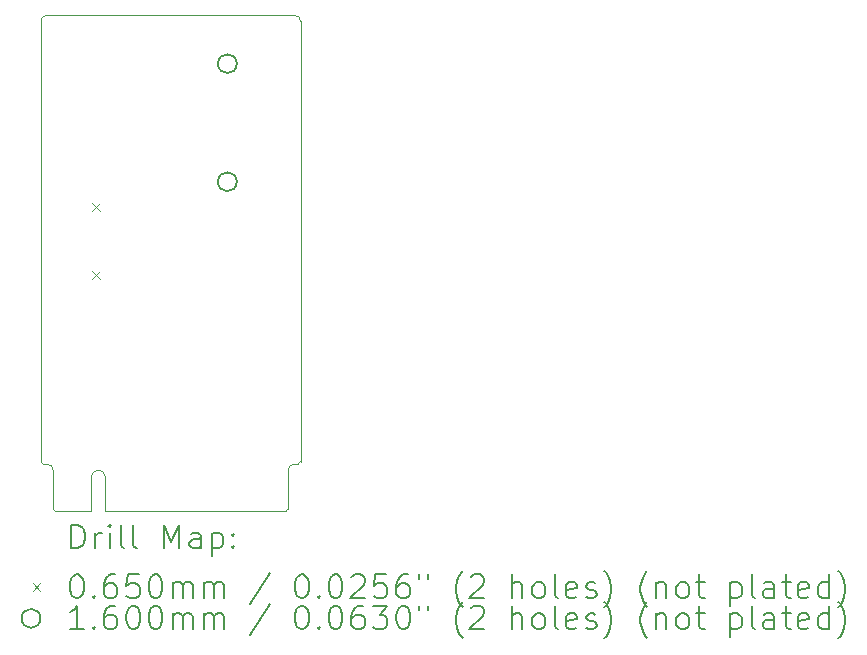
<source format=gbr>
%TF.GenerationSoftware,KiCad,Pcbnew,9.0.0+1*%
%TF.CreationDate,2025-04-14T19:52:18+02:00*%
%TF.ProjectId,P4_M.2_B+M-key,50345f4d-2e32-45f4-922b-4d2d6b65792e,rev?*%
%TF.SameCoordinates,Original*%
%TF.FileFunction,Drillmap*%
%TF.FilePolarity,Positive*%
%FSLAX45Y45*%
G04 Gerber Fmt 4.5, Leading zero omitted, Abs format (unit mm)*
G04 Created by KiCad (PCBNEW 9.0.0+1) date 2025-04-14 19:52:18*
%MOMM*%
%LPD*%
G01*
G04 APERTURE LIST*
%ADD10C,0.050000*%
%ADD11C,0.200000*%
%ADD12C,0.100000*%
%ADD13C,0.160000*%
G04 APERTURE END LIST*
D10*
X13750110Y-8450360D02*
X13750110Y-12180360D01*
X13770110Y-12200360D02*
X13805110Y-12200360D01*
X13855110Y-12250360D02*
X13855110Y-12580360D01*
X14177610Y-12310360D02*
X14177610Y-12600360D01*
X14177610Y-12600360D02*
X13875110Y-12600360D01*
X14297610Y-12310360D02*
X14297610Y-12600360D01*
X14297610Y-12600360D02*
X15470110Y-12600360D01*
X15470110Y-12600360D02*
X15825110Y-12600360D01*
X15845110Y-12580360D02*
X15845110Y-12250360D01*
X15895110Y-12200360D02*
X15930110Y-12200360D01*
X15900110Y-8400360D02*
X13800110Y-8400360D01*
X15950110Y-12180360D02*
X15950110Y-8450360D01*
X13750110Y-8450360D02*
G75*
G02*
X13800110Y-8400360I50000J0D01*
G01*
X13770110Y-12200360D02*
G75*
G02*
X13750110Y-12180360I0J20000D01*
G01*
X13805110Y-12200360D02*
G75*
G02*
X13855110Y-12250360I0J-50000D01*
G01*
X13875110Y-12600360D02*
G75*
G02*
X13855110Y-12580360I0J20000D01*
G01*
X14177610Y-12310360D02*
G75*
G02*
X14237610Y-12250360I60000J0D01*
G01*
X14237610Y-12250360D02*
G75*
G02*
X14297610Y-12310360I0J-60000D01*
G01*
X15845110Y-12250360D02*
G75*
G02*
X15895110Y-12200360I50000J0D01*
G01*
X15845110Y-12580360D02*
G75*
G02*
X15825110Y-12600360I-20000J0D01*
G01*
X15900110Y-8400360D02*
G75*
G02*
X15950110Y-8450360I0J-50000D01*
G01*
X15950110Y-12180360D02*
G75*
G02*
X15930110Y-12200360I-20000J0D01*
G01*
D11*
D12*
X14182500Y-9988500D02*
X14247500Y-10053500D01*
X14247500Y-9988500D02*
X14182500Y-10053500D01*
X14182500Y-10566500D02*
X14247500Y-10631500D01*
X14247500Y-10566500D02*
X14182500Y-10631500D01*
D13*
X15410000Y-8810000D02*
G75*
G02*
X15250000Y-8810000I-80000J0D01*
G01*
X15250000Y-8810000D02*
G75*
G02*
X15410000Y-8810000I80000J0D01*
G01*
X15410000Y-9810000D02*
G75*
G02*
X15250000Y-9810000I-80000J0D01*
G01*
X15250000Y-9810000D02*
G75*
G02*
X15410000Y-9810000I80000J0D01*
G01*
D11*
X14008387Y-12914344D02*
X14008387Y-12714344D01*
X14008387Y-12714344D02*
X14056006Y-12714344D01*
X14056006Y-12714344D02*
X14084577Y-12723868D01*
X14084577Y-12723868D02*
X14103625Y-12742915D01*
X14103625Y-12742915D02*
X14113149Y-12761963D01*
X14113149Y-12761963D02*
X14122672Y-12800058D01*
X14122672Y-12800058D02*
X14122672Y-12828629D01*
X14122672Y-12828629D02*
X14113149Y-12866725D01*
X14113149Y-12866725D02*
X14103625Y-12885772D01*
X14103625Y-12885772D02*
X14084577Y-12904820D01*
X14084577Y-12904820D02*
X14056006Y-12914344D01*
X14056006Y-12914344D02*
X14008387Y-12914344D01*
X14208387Y-12914344D02*
X14208387Y-12781010D01*
X14208387Y-12819106D02*
X14217911Y-12800058D01*
X14217911Y-12800058D02*
X14227434Y-12790534D01*
X14227434Y-12790534D02*
X14246482Y-12781010D01*
X14246482Y-12781010D02*
X14265530Y-12781010D01*
X14332196Y-12914344D02*
X14332196Y-12781010D01*
X14332196Y-12714344D02*
X14322672Y-12723868D01*
X14322672Y-12723868D02*
X14332196Y-12733391D01*
X14332196Y-12733391D02*
X14341720Y-12723868D01*
X14341720Y-12723868D02*
X14332196Y-12714344D01*
X14332196Y-12714344D02*
X14332196Y-12733391D01*
X14456006Y-12914344D02*
X14436958Y-12904820D01*
X14436958Y-12904820D02*
X14427434Y-12885772D01*
X14427434Y-12885772D02*
X14427434Y-12714344D01*
X14560768Y-12914344D02*
X14541720Y-12904820D01*
X14541720Y-12904820D02*
X14532196Y-12885772D01*
X14532196Y-12885772D02*
X14532196Y-12714344D01*
X14789339Y-12914344D02*
X14789339Y-12714344D01*
X14789339Y-12714344D02*
X14856006Y-12857201D01*
X14856006Y-12857201D02*
X14922672Y-12714344D01*
X14922672Y-12714344D02*
X14922672Y-12914344D01*
X15103625Y-12914344D02*
X15103625Y-12809582D01*
X15103625Y-12809582D02*
X15094101Y-12790534D01*
X15094101Y-12790534D02*
X15075053Y-12781010D01*
X15075053Y-12781010D02*
X15036958Y-12781010D01*
X15036958Y-12781010D02*
X15017911Y-12790534D01*
X15103625Y-12904820D02*
X15084577Y-12914344D01*
X15084577Y-12914344D02*
X15036958Y-12914344D01*
X15036958Y-12914344D02*
X15017911Y-12904820D01*
X15017911Y-12904820D02*
X15008387Y-12885772D01*
X15008387Y-12885772D02*
X15008387Y-12866725D01*
X15008387Y-12866725D02*
X15017911Y-12847677D01*
X15017911Y-12847677D02*
X15036958Y-12838153D01*
X15036958Y-12838153D02*
X15084577Y-12838153D01*
X15084577Y-12838153D02*
X15103625Y-12828629D01*
X15198863Y-12781010D02*
X15198863Y-12981010D01*
X15198863Y-12790534D02*
X15217911Y-12781010D01*
X15217911Y-12781010D02*
X15256006Y-12781010D01*
X15256006Y-12781010D02*
X15275053Y-12790534D01*
X15275053Y-12790534D02*
X15284577Y-12800058D01*
X15284577Y-12800058D02*
X15294101Y-12819106D01*
X15294101Y-12819106D02*
X15294101Y-12876248D01*
X15294101Y-12876248D02*
X15284577Y-12895296D01*
X15284577Y-12895296D02*
X15275053Y-12904820D01*
X15275053Y-12904820D02*
X15256006Y-12914344D01*
X15256006Y-12914344D02*
X15217911Y-12914344D01*
X15217911Y-12914344D02*
X15198863Y-12904820D01*
X15379815Y-12895296D02*
X15389339Y-12904820D01*
X15389339Y-12904820D02*
X15379815Y-12914344D01*
X15379815Y-12914344D02*
X15370292Y-12904820D01*
X15370292Y-12904820D02*
X15379815Y-12895296D01*
X15379815Y-12895296D02*
X15379815Y-12914344D01*
X15379815Y-12790534D02*
X15389339Y-12800058D01*
X15389339Y-12800058D02*
X15379815Y-12809582D01*
X15379815Y-12809582D02*
X15370292Y-12800058D01*
X15370292Y-12800058D02*
X15379815Y-12790534D01*
X15379815Y-12790534D02*
X15379815Y-12809582D01*
D12*
X13682610Y-13210360D02*
X13747610Y-13275360D01*
X13747610Y-13210360D02*
X13682610Y-13275360D01*
D11*
X14046482Y-13134344D02*
X14065530Y-13134344D01*
X14065530Y-13134344D02*
X14084577Y-13143868D01*
X14084577Y-13143868D02*
X14094101Y-13153391D01*
X14094101Y-13153391D02*
X14103625Y-13172439D01*
X14103625Y-13172439D02*
X14113149Y-13210534D01*
X14113149Y-13210534D02*
X14113149Y-13258153D01*
X14113149Y-13258153D02*
X14103625Y-13296248D01*
X14103625Y-13296248D02*
X14094101Y-13315296D01*
X14094101Y-13315296D02*
X14084577Y-13324820D01*
X14084577Y-13324820D02*
X14065530Y-13334344D01*
X14065530Y-13334344D02*
X14046482Y-13334344D01*
X14046482Y-13334344D02*
X14027434Y-13324820D01*
X14027434Y-13324820D02*
X14017911Y-13315296D01*
X14017911Y-13315296D02*
X14008387Y-13296248D01*
X14008387Y-13296248D02*
X13998863Y-13258153D01*
X13998863Y-13258153D02*
X13998863Y-13210534D01*
X13998863Y-13210534D02*
X14008387Y-13172439D01*
X14008387Y-13172439D02*
X14017911Y-13153391D01*
X14017911Y-13153391D02*
X14027434Y-13143868D01*
X14027434Y-13143868D02*
X14046482Y-13134344D01*
X14198863Y-13315296D02*
X14208387Y-13324820D01*
X14208387Y-13324820D02*
X14198863Y-13334344D01*
X14198863Y-13334344D02*
X14189339Y-13324820D01*
X14189339Y-13324820D02*
X14198863Y-13315296D01*
X14198863Y-13315296D02*
X14198863Y-13334344D01*
X14379815Y-13134344D02*
X14341720Y-13134344D01*
X14341720Y-13134344D02*
X14322672Y-13143868D01*
X14322672Y-13143868D02*
X14313149Y-13153391D01*
X14313149Y-13153391D02*
X14294101Y-13181963D01*
X14294101Y-13181963D02*
X14284577Y-13220058D01*
X14284577Y-13220058D02*
X14284577Y-13296248D01*
X14284577Y-13296248D02*
X14294101Y-13315296D01*
X14294101Y-13315296D02*
X14303625Y-13324820D01*
X14303625Y-13324820D02*
X14322672Y-13334344D01*
X14322672Y-13334344D02*
X14360768Y-13334344D01*
X14360768Y-13334344D02*
X14379815Y-13324820D01*
X14379815Y-13324820D02*
X14389339Y-13315296D01*
X14389339Y-13315296D02*
X14398863Y-13296248D01*
X14398863Y-13296248D02*
X14398863Y-13248629D01*
X14398863Y-13248629D02*
X14389339Y-13229582D01*
X14389339Y-13229582D02*
X14379815Y-13220058D01*
X14379815Y-13220058D02*
X14360768Y-13210534D01*
X14360768Y-13210534D02*
X14322672Y-13210534D01*
X14322672Y-13210534D02*
X14303625Y-13220058D01*
X14303625Y-13220058D02*
X14294101Y-13229582D01*
X14294101Y-13229582D02*
X14284577Y-13248629D01*
X14579815Y-13134344D02*
X14484577Y-13134344D01*
X14484577Y-13134344D02*
X14475053Y-13229582D01*
X14475053Y-13229582D02*
X14484577Y-13220058D01*
X14484577Y-13220058D02*
X14503625Y-13210534D01*
X14503625Y-13210534D02*
X14551244Y-13210534D01*
X14551244Y-13210534D02*
X14570292Y-13220058D01*
X14570292Y-13220058D02*
X14579815Y-13229582D01*
X14579815Y-13229582D02*
X14589339Y-13248629D01*
X14589339Y-13248629D02*
X14589339Y-13296248D01*
X14589339Y-13296248D02*
X14579815Y-13315296D01*
X14579815Y-13315296D02*
X14570292Y-13324820D01*
X14570292Y-13324820D02*
X14551244Y-13334344D01*
X14551244Y-13334344D02*
X14503625Y-13334344D01*
X14503625Y-13334344D02*
X14484577Y-13324820D01*
X14484577Y-13324820D02*
X14475053Y-13315296D01*
X14713149Y-13134344D02*
X14732196Y-13134344D01*
X14732196Y-13134344D02*
X14751244Y-13143868D01*
X14751244Y-13143868D02*
X14760768Y-13153391D01*
X14760768Y-13153391D02*
X14770292Y-13172439D01*
X14770292Y-13172439D02*
X14779815Y-13210534D01*
X14779815Y-13210534D02*
X14779815Y-13258153D01*
X14779815Y-13258153D02*
X14770292Y-13296248D01*
X14770292Y-13296248D02*
X14760768Y-13315296D01*
X14760768Y-13315296D02*
X14751244Y-13324820D01*
X14751244Y-13324820D02*
X14732196Y-13334344D01*
X14732196Y-13334344D02*
X14713149Y-13334344D01*
X14713149Y-13334344D02*
X14694101Y-13324820D01*
X14694101Y-13324820D02*
X14684577Y-13315296D01*
X14684577Y-13315296D02*
X14675053Y-13296248D01*
X14675053Y-13296248D02*
X14665530Y-13258153D01*
X14665530Y-13258153D02*
X14665530Y-13210534D01*
X14665530Y-13210534D02*
X14675053Y-13172439D01*
X14675053Y-13172439D02*
X14684577Y-13153391D01*
X14684577Y-13153391D02*
X14694101Y-13143868D01*
X14694101Y-13143868D02*
X14713149Y-13134344D01*
X14865530Y-13334344D02*
X14865530Y-13201010D01*
X14865530Y-13220058D02*
X14875053Y-13210534D01*
X14875053Y-13210534D02*
X14894101Y-13201010D01*
X14894101Y-13201010D02*
X14922673Y-13201010D01*
X14922673Y-13201010D02*
X14941720Y-13210534D01*
X14941720Y-13210534D02*
X14951244Y-13229582D01*
X14951244Y-13229582D02*
X14951244Y-13334344D01*
X14951244Y-13229582D02*
X14960768Y-13210534D01*
X14960768Y-13210534D02*
X14979815Y-13201010D01*
X14979815Y-13201010D02*
X15008387Y-13201010D01*
X15008387Y-13201010D02*
X15027434Y-13210534D01*
X15027434Y-13210534D02*
X15036958Y-13229582D01*
X15036958Y-13229582D02*
X15036958Y-13334344D01*
X15132196Y-13334344D02*
X15132196Y-13201010D01*
X15132196Y-13220058D02*
X15141720Y-13210534D01*
X15141720Y-13210534D02*
X15160768Y-13201010D01*
X15160768Y-13201010D02*
X15189339Y-13201010D01*
X15189339Y-13201010D02*
X15208387Y-13210534D01*
X15208387Y-13210534D02*
X15217911Y-13229582D01*
X15217911Y-13229582D02*
X15217911Y-13334344D01*
X15217911Y-13229582D02*
X15227434Y-13210534D01*
X15227434Y-13210534D02*
X15246482Y-13201010D01*
X15246482Y-13201010D02*
X15275053Y-13201010D01*
X15275053Y-13201010D02*
X15294101Y-13210534D01*
X15294101Y-13210534D02*
X15303625Y-13229582D01*
X15303625Y-13229582D02*
X15303625Y-13334344D01*
X15694101Y-13124820D02*
X15522673Y-13381963D01*
X15951244Y-13134344D02*
X15970292Y-13134344D01*
X15970292Y-13134344D02*
X15989339Y-13143868D01*
X15989339Y-13143868D02*
X15998863Y-13153391D01*
X15998863Y-13153391D02*
X16008387Y-13172439D01*
X16008387Y-13172439D02*
X16017911Y-13210534D01*
X16017911Y-13210534D02*
X16017911Y-13258153D01*
X16017911Y-13258153D02*
X16008387Y-13296248D01*
X16008387Y-13296248D02*
X15998863Y-13315296D01*
X15998863Y-13315296D02*
X15989339Y-13324820D01*
X15989339Y-13324820D02*
X15970292Y-13334344D01*
X15970292Y-13334344D02*
X15951244Y-13334344D01*
X15951244Y-13334344D02*
X15932196Y-13324820D01*
X15932196Y-13324820D02*
X15922673Y-13315296D01*
X15922673Y-13315296D02*
X15913149Y-13296248D01*
X15913149Y-13296248D02*
X15903625Y-13258153D01*
X15903625Y-13258153D02*
X15903625Y-13210534D01*
X15903625Y-13210534D02*
X15913149Y-13172439D01*
X15913149Y-13172439D02*
X15922673Y-13153391D01*
X15922673Y-13153391D02*
X15932196Y-13143868D01*
X15932196Y-13143868D02*
X15951244Y-13134344D01*
X16103625Y-13315296D02*
X16113149Y-13324820D01*
X16113149Y-13324820D02*
X16103625Y-13334344D01*
X16103625Y-13334344D02*
X16094101Y-13324820D01*
X16094101Y-13324820D02*
X16103625Y-13315296D01*
X16103625Y-13315296D02*
X16103625Y-13334344D01*
X16236958Y-13134344D02*
X16256006Y-13134344D01*
X16256006Y-13134344D02*
X16275054Y-13143868D01*
X16275054Y-13143868D02*
X16284577Y-13153391D01*
X16284577Y-13153391D02*
X16294101Y-13172439D01*
X16294101Y-13172439D02*
X16303625Y-13210534D01*
X16303625Y-13210534D02*
X16303625Y-13258153D01*
X16303625Y-13258153D02*
X16294101Y-13296248D01*
X16294101Y-13296248D02*
X16284577Y-13315296D01*
X16284577Y-13315296D02*
X16275054Y-13324820D01*
X16275054Y-13324820D02*
X16256006Y-13334344D01*
X16256006Y-13334344D02*
X16236958Y-13334344D01*
X16236958Y-13334344D02*
X16217911Y-13324820D01*
X16217911Y-13324820D02*
X16208387Y-13315296D01*
X16208387Y-13315296D02*
X16198863Y-13296248D01*
X16198863Y-13296248D02*
X16189339Y-13258153D01*
X16189339Y-13258153D02*
X16189339Y-13210534D01*
X16189339Y-13210534D02*
X16198863Y-13172439D01*
X16198863Y-13172439D02*
X16208387Y-13153391D01*
X16208387Y-13153391D02*
X16217911Y-13143868D01*
X16217911Y-13143868D02*
X16236958Y-13134344D01*
X16379816Y-13153391D02*
X16389339Y-13143868D01*
X16389339Y-13143868D02*
X16408387Y-13134344D01*
X16408387Y-13134344D02*
X16456006Y-13134344D01*
X16456006Y-13134344D02*
X16475054Y-13143868D01*
X16475054Y-13143868D02*
X16484577Y-13153391D01*
X16484577Y-13153391D02*
X16494101Y-13172439D01*
X16494101Y-13172439D02*
X16494101Y-13191487D01*
X16494101Y-13191487D02*
X16484577Y-13220058D01*
X16484577Y-13220058D02*
X16370292Y-13334344D01*
X16370292Y-13334344D02*
X16494101Y-13334344D01*
X16675054Y-13134344D02*
X16579816Y-13134344D01*
X16579816Y-13134344D02*
X16570292Y-13229582D01*
X16570292Y-13229582D02*
X16579816Y-13220058D01*
X16579816Y-13220058D02*
X16598863Y-13210534D01*
X16598863Y-13210534D02*
X16646482Y-13210534D01*
X16646482Y-13210534D02*
X16665530Y-13220058D01*
X16665530Y-13220058D02*
X16675054Y-13229582D01*
X16675054Y-13229582D02*
X16684577Y-13248629D01*
X16684577Y-13248629D02*
X16684577Y-13296248D01*
X16684577Y-13296248D02*
X16675054Y-13315296D01*
X16675054Y-13315296D02*
X16665530Y-13324820D01*
X16665530Y-13324820D02*
X16646482Y-13334344D01*
X16646482Y-13334344D02*
X16598863Y-13334344D01*
X16598863Y-13334344D02*
X16579816Y-13324820D01*
X16579816Y-13324820D02*
X16570292Y-13315296D01*
X16856006Y-13134344D02*
X16817911Y-13134344D01*
X16817911Y-13134344D02*
X16798863Y-13143868D01*
X16798863Y-13143868D02*
X16789339Y-13153391D01*
X16789339Y-13153391D02*
X16770292Y-13181963D01*
X16770292Y-13181963D02*
X16760768Y-13220058D01*
X16760768Y-13220058D02*
X16760768Y-13296248D01*
X16760768Y-13296248D02*
X16770292Y-13315296D01*
X16770292Y-13315296D02*
X16779816Y-13324820D01*
X16779816Y-13324820D02*
X16798863Y-13334344D01*
X16798863Y-13334344D02*
X16836959Y-13334344D01*
X16836959Y-13334344D02*
X16856006Y-13324820D01*
X16856006Y-13324820D02*
X16865530Y-13315296D01*
X16865530Y-13315296D02*
X16875054Y-13296248D01*
X16875054Y-13296248D02*
X16875054Y-13248629D01*
X16875054Y-13248629D02*
X16865530Y-13229582D01*
X16865530Y-13229582D02*
X16856006Y-13220058D01*
X16856006Y-13220058D02*
X16836959Y-13210534D01*
X16836959Y-13210534D02*
X16798863Y-13210534D01*
X16798863Y-13210534D02*
X16779816Y-13220058D01*
X16779816Y-13220058D02*
X16770292Y-13229582D01*
X16770292Y-13229582D02*
X16760768Y-13248629D01*
X16951244Y-13134344D02*
X16951244Y-13172439D01*
X17027435Y-13134344D02*
X17027435Y-13172439D01*
X17322673Y-13410534D02*
X17313149Y-13401010D01*
X17313149Y-13401010D02*
X17294101Y-13372439D01*
X17294101Y-13372439D02*
X17284578Y-13353391D01*
X17284578Y-13353391D02*
X17275054Y-13324820D01*
X17275054Y-13324820D02*
X17265530Y-13277201D01*
X17265530Y-13277201D02*
X17265530Y-13239106D01*
X17265530Y-13239106D02*
X17275054Y-13191487D01*
X17275054Y-13191487D02*
X17284578Y-13162915D01*
X17284578Y-13162915D02*
X17294101Y-13143868D01*
X17294101Y-13143868D02*
X17313149Y-13115296D01*
X17313149Y-13115296D02*
X17322673Y-13105772D01*
X17389340Y-13153391D02*
X17398863Y-13143868D01*
X17398863Y-13143868D02*
X17417911Y-13134344D01*
X17417911Y-13134344D02*
X17465530Y-13134344D01*
X17465530Y-13134344D02*
X17484578Y-13143868D01*
X17484578Y-13143868D02*
X17494101Y-13153391D01*
X17494101Y-13153391D02*
X17503625Y-13172439D01*
X17503625Y-13172439D02*
X17503625Y-13191487D01*
X17503625Y-13191487D02*
X17494101Y-13220058D01*
X17494101Y-13220058D02*
X17379816Y-13334344D01*
X17379816Y-13334344D02*
X17503625Y-13334344D01*
X17741721Y-13334344D02*
X17741721Y-13134344D01*
X17827435Y-13334344D02*
X17827435Y-13229582D01*
X17827435Y-13229582D02*
X17817911Y-13210534D01*
X17817911Y-13210534D02*
X17798863Y-13201010D01*
X17798863Y-13201010D02*
X17770292Y-13201010D01*
X17770292Y-13201010D02*
X17751244Y-13210534D01*
X17751244Y-13210534D02*
X17741721Y-13220058D01*
X17951244Y-13334344D02*
X17932197Y-13324820D01*
X17932197Y-13324820D02*
X17922673Y-13315296D01*
X17922673Y-13315296D02*
X17913149Y-13296248D01*
X17913149Y-13296248D02*
X17913149Y-13239106D01*
X17913149Y-13239106D02*
X17922673Y-13220058D01*
X17922673Y-13220058D02*
X17932197Y-13210534D01*
X17932197Y-13210534D02*
X17951244Y-13201010D01*
X17951244Y-13201010D02*
X17979816Y-13201010D01*
X17979816Y-13201010D02*
X17998863Y-13210534D01*
X17998863Y-13210534D02*
X18008387Y-13220058D01*
X18008387Y-13220058D02*
X18017911Y-13239106D01*
X18017911Y-13239106D02*
X18017911Y-13296248D01*
X18017911Y-13296248D02*
X18008387Y-13315296D01*
X18008387Y-13315296D02*
X17998863Y-13324820D01*
X17998863Y-13324820D02*
X17979816Y-13334344D01*
X17979816Y-13334344D02*
X17951244Y-13334344D01*
X18132197Y-13334344D02*
X18113149Y-13324820D01*
X18113149Y-13324820D02*
X18103625Y-13305772D01*
X18103625Y-13305772D02*
X18103625Y-13134344D01*
X18284578Y-13324820D02*
X18265530Y-13334344D01*
X18265530Y-13334344D02*
X18227435Y-13334344D01*
X18227435Y-13334344D02*
X18208387Y-13324820D01*
X18208387Y-13324820D02*
X18198863Y-13305772D01*
X18198863Y-13305772D02*
X18198863Y-13229582D01*
X18198863Y-13229582D02*
X18208387Y-13210534D01*
X18208387Y-13210534D02*
X18227435Y-13201010D01*
X18227435Y-13201010D02*
X18265530Y-13201010D01*
X18265530Y-13201010D02*
X18284578Y-13210534D01*
X18284578Y-13210534D02*
X18294102Y-13229582D01*
X18294102Y-13229582D02*
X18294102Y-13248629D01*
X18294102Y-13248629D02*
X18198863Y-13267677D01*
X18370292Y-13324820D02*
X18389340Y-13334344D01*
X18389340Y-13334344D02*
X18427435Y-13334344D01*
X18427435Y-13334344D02*
X18446483Y-13324820D01*
X18446483Y-13324820D02*
X18456006Y-13305772D01*
X18456006Y-13305772D02*
X18456006Y-13296248D01*
X18456006Y-13296248D02*
X18446483Y-13277201D01*
X18446483Y-13277201D02*
X18427435Y-13267677D01*
X18427435Y-13267677D02*
X18398863Y-13267677D01*
X18398863Y-13267677D02*
X18379816Y-13258153D01*
X18379816Y-13258153D02*
X18370292Y-13239106D01*
X18370292Y-13239106D02*
X18370292Y-13229582D01*
X18370292Y-13229582D02*
X18379816Y-13210534D01*
X18379816Y-13210534D02*
X18398863Y-13201010D01*
X18398863Y-13201010D02*
X18427435Y-13201010D01*
X18427435Y-13201010D02*
X18446483Y-13210534D01*
X18522673Y-13410534D02*
X18532197Y-13401010D01*
X18532197Y-13401010D02*
X18551244Y-13372439D01*
X18551244Y-13372439D02*
X18560768Y-13353391D01*
X18560768Y-13353391D02*
X18570292Y-13324820D01*
X18570292Y-13324820D02*
X18579816Y-13277201D01*
X18579816Y-13277201D02*
X18579816Y-13239106D01*
X18579816Y-13239106D02*
X18570292Y-13191487D01*
X18570292Y-13191487D02*
X18560768Y-13162915D01*
X18560768Y-13162915D02*
X18551244Y-13143868D01*
X18551244Y-13143868D02*
X18532197Y-13115296D01*
X18532197Y-13115296D02*
X18522673Y-13105772D01*
X18884578Y-13410534D02*
X18875054Y-13401010D01*
X18875054Y-13401010D02*
X18856006Y-13372439D01*
X18856006Y-13372439D02*
X18846483Y-13353391D01*
X18846483Y-13353391D02*
X18836959Y-13324820D01*
X18836959Y-13324820D02*
X18827435Y-13277201D01*
X18827435Y-13277201D02*
X18827435Y-13239106D01*
X18827435Y-13239106D02*
X18836959Y-13191487D01*
X18836959Y-13191487D02*
X18846483Y-13162915D01*
X18846483Y-13162915D02*
X18856006Y-13143868D01*
X18856006Y-13143868D02*
X18875054Y-13115296D01*
X18875054Y-13115296D02*
X18884578Y-13105772D01*
X18960768Y-13201010D02*
X18960768Y-13334344D01*
X18960768Y-13220058D02*
X18970292Y-13210534D01*
X18970292Y-13210534D02*
X18989340Y-13201010D01*
X18989340Y-13201010D02*
X19017911Y-13201010D01*
X19017911Y-13201010D02*
X19036959Y-13210534D01*
X19036959Y-13210534D02*
X19046483Y-13229582D01*
X19046483Y-13229582D02*
X19046483Y-13334344D01*
X19170292Y-13334344D02*
X19151244Y-13324820D01*
X19151244Y-13324820D02*
X19141721Y-13315296D01*
X19141721Y-13315296D02*
X19132197Y-13296248D01*
X19132197Y-13296248D02*
X19132197Y-13239106D01*
X19132197Y-13239106D02*
X19141721Y-13220058D01*
X19141721Y-13220058D02*
X19151244Y-13210534D01*
X19151244Y-13210534D02*
X19170292Y-13201010D01*
X19170292Y-13201010D02*
X19198864Y-13201010D01*
X19198864Y-13201010D02*
X19217911Y-13210534D01*
X19217911Y-13210534D02*
X19227435Y-13220058D01*
X19227435Y-13220058D02*
X19236959Y-13239106D01*
X19236959Y-13239106D02*
X19236959Y-13296248D01*
X19236959Y-13296248D02*
X19227435Y-13315296D01*
X19227435Y-13315296D02*
X19217911Y-13324820D01*
X19217911Y-13324820D02*
X19198864Y-13334344D01*
X19198864Y-13334344D02*
X19170292Y-13334344D01*
X19294102Y-13201010D02*
X19370292Y-13201010D01*
X19322673Y-13134344D02*
X19322673Y-13305772D01*
X19322673Y-13305772D02*
X19332197Y-13324820D01*
X19332197Y-13324820D02*
X19351244Y-13334344D01*
X19351244Y-13334344D02*
X19370292Y-13334344D01*
X19589340Y-13201010D02*
X19589340Y-13401010D01*
X19589340Y-13210534D02*
X19608387Y-13201010D01*
X19608387Y-13201010D02*
X19646483Y-13201010D01*
X19646483Y-13201010D02*
X19665530Y-13210534D01*
X19665530Y-13210534D02*
X19675054Y-13220058D01*
X19675054Y-13220058D02*
X19684578Y-13239106D01*
X19684578Y-13239106D02*
X19684578Y-13296248D01*
X19684578Y-13296248D02*
X19675054Y-13315296D01*
X19675054Y-13315296D02*
X19665530Y-13324820D01*
X19665530Y-13324820D02*
X19646483Y-13334344D01*
X19646483Y-13334344D02*
X19608387Y-13334344D01*
X19608387Y-13334344D02*
X19589340Y-13324820D01*
X19798864Y-13334344D02*
X19779816Y-13324820D01*
X19779816Y-13324820D02*
X19770292Y-13305772D01*
X19770292Y-13305772D02*
X19770292Y-13134344D01*
X19960768Y-13334344D02*
X19960768Y-13229582D01*
X19960768Y-13229582D02*
X19951245Y-13210534D01*
X19951245Y-13210534D02*
X19932197Y-13201010D01*
X19932197Y-13201010D02*
X19894102Y-13201010D01*
X19894102Y-13201010D02*
X19875054Y-13210534D01*
X19960768Y-13324820D02*
X19941721Y-13334344D01*
X19941721Y-13334344D02*
X19894102Y-13334344D01*
X19894102Y-13334344D02*
X19875054Y-13324820D01*
X19875054Y-13324820D02*
X19865530Y-13305772D01*
X19865530Y-13305772D02*
X19865530Y-13286725D01*
X19865530Y-13286725D02*
X19875054Y-13267677D01*
X19875054Y-13267677D02*
X19894102Y-13258153D01*
X19894102Y-13258153D02*
X19941721Y-13258153D01*
X19941721Y-13258153D02*
X19960768Y-13248629D01*
X20027435Y-13201010D02*
X20103625Y-13201010D01*
X20056006Y-13134344D02*
X20056006Y-13305772D01*
X20056006Y-13305772D02*
X20065530Y-13324820D01*
X20065530Y-13324820D02*
X20084578Y-13334344D01*
X20084578Y-13334344D02*
X20103625Y-13334344D01*
X20246483Y-13324820D02*
X20227435Y-13334344D01*
X20227435Y-13334344D02*
X20189340Y-13334344D01*
X20189340Y-13334344D02*
X20170292Y-13324820D01*
X20170292Y-13324820D02*
X20160768Y-13305772D01*
X20160768Y-13305772D02*
X20160768Y-13229582D01*
X20160768Y-13229582D02*
X20170292Y-13210534D01*
X20170292Y-13210534D02*
X20189340Y-13201010D01*
X20189340Y-13201010D02*
X20227435Y-13201010D01*
X20227435Y-13201010D02*
X20246483Y-13210534D01*
X20246483Y-13210534D02*
X20256006Y-13229582D01*
X20256006Y-13229582D02*
X20256006Y-13248629D01*
X20256006Y-13248629D02*
X20160768Y-13267677D01*
X20427435Y-13334344D02*
X20427435Y-13134344D01*
X20427435Y-13324820D02*
X20408387Y-13334344D01*
X20408387Y-13334344D02*
X20370292Y-13334344D01*
X20370292Y-13334344D02*
X20351245Y-13324820D01*
X20351245Y-13324820D02*
X20341721Y-13315296D01*
X20341721Y-13315296D02*
X20332197Y-13296248D01*
X20332197Y-13296248D02*
X20332197Y-13239106D01*
X20332197Y-13239106D02*
X20341721Y-13220058D01*
X20341721Y-13220058D02*
X20351245Y-13210534D01*
X20351245Y-13210534D02*
X20370292Y-13201010D01*
X20370292Y-13201010D02*
X20408387Y-13201010D01*
X20408387Y-13201010D02*
X20427435Y-13210534D01*
X20503626Y-13410534D02*
X20513149Y-13401010D01*
X20513149Y-13401010D02*
X20532197Y-13372439D01*
X20532197Y-13372439D02*
X20541721Y-13353391D01*
X20541721Y-13353391D02*
X20551245Y-13324820D01*
X20551245Y-13324820D02*
X20560768Y-13277201D01*
X20560768Y-13277201D02*
X20560768Y-13239106D01*
X20560768Y-13239106D02*
X20551245Y-13191487D01*
X20551245Y-13191487D02*
X20541721Y-13162915D01*
X20541721Y-13162915D02*
X20532197Y-13143868D01*
X20532197Y-13143868D02*
X20513149Y-13115296D01*
X20513149Y-13115296D02*
X20503626Y-13105772D01*
D13*
X13747610Y-13506860D02*
G75*
G02*
X13587610Y-13506860I-80000J0D01*
G01*
X13587610Y-13506860D02*
G75*
G02*
X13747610Y-13506860I80000J0D01*
G01*
D11*
X14113149Y-13598344D02*
X13998863Y-13598344D01*
X14056006Y-13598344D02*
X14056006Y-13398344D01*
X14056006Y-13398344D02*
X14036958Y-13426915D01*
X14036958Y-13426915D02*
X14017911Y-13445963D01*
X14017911Y-13445963D02*
X13998863Y-13455487D01*
X14198863Y-13579296D02*
X14208387Y-13588820D01*
X14208387Y-13588820D02*
X14198863Y-13598344D01*
X14198863Y-13598344D02*
X14189339Y-13588820D01*
X14189339Y-13588820D02*
X14198863Y-13579296D01*
X14198863Y-13579296D02*
X14198863Y-13598344D01*
X14379815Y-13398344D02*
X14341720Y-13398344D01*
X14341720Y-13398344D02*
X14322672Y-13407868D01*
X14322672Y-13407868D02*
X14313149Y-13417391D01*
X14313149Y-13417391D02*
X14294101Y-13445963D01*
X14294101Y-13445963D02*
X14284577Y-13484058D01*
X14284577Y-13484058D02*
X14284577Y-13560248D01*
X14284577Y-13560248D02*
X14294101Y-13579296D01*
X14294101Y-13579296D02*
X14303625Y-13588820D01*
X14303625Y-13588820D02*
X14322672Y-13598344D01*
X14322672Y-13598344D02*
X14360768Y-13598344D01*
X14360768Y-13598344D02*
X14379815Y-13588820D01*
X14379815Y-13588820D02*
X14389339Y-13579296D01*
X14389339Y-13579296D02*
X14398863Y-13560248D01*
X14398863Y-13560248D02*
X14398863Y-13512629D01*
X14398863Y-13512629D02*
X14389339Y-13493582D01*
X14389339Y-13493582D02*
X14379815Y-13484058D01*
X14379815Y-13484058D02*
X14360768Y-13474534D01*
X14360768Y-13474534D02*
X14322672Y-13474534D01*
X14322672Y-13474534D02*
X14303625Y-13484058D01*
X14303625Y-13484058D02*
X14294101Y-13493582D01*
X14294101Y-13493582D02*
X14284577Y-13512629D01*
X14522672Y-13398344D02*
X14541720Y-13398344D01*
X14541720Y-13398344D02*
X14560768Y-13407868D01*
X14560768Y-13407868D02*
X14570292Y-13417391D01*
X14570292Y-13417391D02*
X14579815Y-13436439D01*
X14579815Y-13436439D02*
X14589339Y-13474534D01*
X14589339Y-13474534D02*
X14589339Y-13522153D01*
X14589339Y-13522153D02*
X14579815Y-13560248D01*
X14579815Y-13560248D02*
X14570292Y-13579296D01*
X14570292Y-13579296D02*
X14560768Y-13588820D01*
X14560768Y-13588820D02*
X14541720Y-13598344D01*
X14541720Y-13598344D02*
X14522672Y-13598344D01*
X14522672Y-13598344D02*
X14503625Y-13588820D01*
X14503625Y-13588820D02*
X14494101Y-13579296D01*
X14494101Y-13579296D02*
X14484577Y-13560248D01*
X14484577Y-13560248D02*
X14475053Y-13522153D01*
X14475053Y-13522153D02*
X14475053Y-13474534D01*
X14475053Y-13474534D02*
X14484577Y-13436439D01*
X14484577Y-13436439D02*
X14494101Y-13417391D01*
X14494101Y-13417391D02*
X14503625Y-13407868D01*
X14503625Y-13407868D02*
X14522672Y-13398344D01*
X14713149Y-13398344D02*
X14732196Y-13398344D01*
X14732196Y-13398344D02*
X14751244Y-13407868D01*
X14751244Y-13407868D02*
X14760768Y-13417391D01*
X14760768Y-13417391D02*
X14770292Y-13436439D01*
X14770292Y-13436439D02*
X14779815Y-13474534D01*
X14779815Y-13474534D02*
X14779815Y-13522153D01*
X14779815Y-13522153D02*
X14770292Y-13560248D01*
X14770292Y-13560248D02*
X14760768Y-13579296D01*
X14760768Y-13579296D02*
X14751244Y-13588820D01*
X14751244Y-13588820D02*
X14732196Y-13598344D01*
X14732196Y-13598344D02*
X14713149Y-13598344D01*
X14713149Y-13598344D02*
X14694101Y-13588820D01*
X14694101Y-13588820D02*
X14684577Y-13579296D01*
X14684577Y-13579296D02*
X14675053Y-13560248D01*
X14675053Y-13560248D02*
X14665530Y-13522153D01*
X14665530Y-13522153D02*
X14665530Y-13474534D01*
X14665530Y-13474534D02*
X14675053Y-13436439D01*
X14675053Y-13436439D02*
X14684577Y-13417391D01*
X14684577Y-13417391D02*
X14694101Y-13407868D01*
X14694101Y-13407868D02*
X14713149Y-13398344D01*
X14865530Y-13598344D02*
X14865530Y-13465010D01*
X14865530Y-13484058D02*
X14875053Y-13474534D01*
X14875053Y-13474534D02*
X14894101Y-13465010D01*
X14894101Y-13465010D02*
X14922673Y-13465010D01*
X14922673Y-13465010D02*
X14941720Y-13474534D01*
X14941720Y-13474534D02*
X14951244Y-13493582D01*
X14951244Y-13493582D02*
X14951244Y-13598344D01*
X14951244Y-13493582D02*
X14960768Y-13474534D01*
X14960768Y-13474534D02*
X14979815Y-13465010D01*
X14979815Y-13465010D02*
X15008387Y-13465010D01*
X15008387Y-13465010D02*
X15027434Y-13474534D01*
X15027434Y-13474534D02*
X15036958Y-13493582D01*
X15036958Y-13493582D02*
X15036958Y-13598344D01*
X15132196Y-13598344D02*
X15132196Y-13465010D01*
X15132196Y-13484058D02*
X15141720Y-13474534D01*
X15141720Y-13474534D02*
X15160768Y-13465010D01*
X15160768Y-13465010D02*
X15189339Y-13465010D01*
X15189339Y-13465010D02*
X15208387Y-13474534D01*
X15208387Y-13474534D02*
X15217911Y-13493582D01*
X15217911Y-13493582D02*
X15217911Y-13598344D01*
X15217911Y-13493582D02*
X15227434Y-13474534D01*
X15227434Y-13474534D02*
X15246482Y-13465010D01*
X15246482Y-13465010D02*
X15275053Y-13465010D01*
X15275053Y-13465010D02*
X15294101Y-13474534D01*
X15294101Y-13474534D02*
X15303625Y-13493582D01*
X15303625Y-13493582D02*
X15303625Y-13598344D01*
X15694101Y-13388820D02*
X15522673Y-13645963D01*
X15951244Y-13398344D02*
X15970292Y-13398344D01*
X15970292Y-13398344D02*
X15989339Y-13407868D01*
X15989339Y-13407868D02*
X15998863Y-13417391D01*
X15998863Y-13417391D02*
X16008387Y-13436439D01*
X16008387Y-13436439D02*
X16017911Y-13474534D01*
X16017911Y-13474534D02*
X16017911Y-13522153D01*
X16017911Y-13522153D02*
X16008387Y-13560248D01*
X16008387Y-13560248D02*
X15998863Y-13579296D01*
X15998863Y-13579296D02*
X15989339Y-13588820D01*
X15989339Y-13588820D02*
X15970292Y-13598344D01*
X15970292Y-13598344D02*
X15951244Y-13598344D01*
X15951244Y-13598344D02*
X15932196Y-13588820D01*
X15932196Y-13588820D02*
X15922673Y-13579296D01*
X15922673Y-13579296D02*
X15913149Y-13560248D01*
X15913149Y-13560248D02*
X15903625Y-13522153D01*
X15903625Y-13522153D02*
X15903625Y-13474534D01*
X15903625Y-13474534D02*
X15913149Y-13436439D01*
X15913149Y-13436439D02*
X15922673Y-13417391D01*
X15922673Y-13417391D02*
X15932196Y-13407868D01*
X15932196Y-13407868D02*
X15951244Y-13398344D01*
X16103625Y-13579296D02*
X16113149Y-13588820D01*
X16113149Y-13588820D02*
X16103625Y-13598344D01*
X16103625Y-13598344D02*
X16094101Y-13588820D01*
X16094101Y-13588820D02*
X16103625Y-13579296D01*
X16103625Y-13579296D02*
X16103625Y-13598344D01*
X16236958Y-13398344D02*
X16256006Y-13398344D01*
X16256006Y-13398344D02*
X16275054Y-13407868D01*
X16275054Y-13407868D02*
X16284577Y-13417391D01*
X16284577Y-13417391D02*
X16294101Y-13436439D01*
X16294101Y-13436439D02*
X16303625Y-13474534D01*
X16303625Y-13474534D02*
X16303625Y-13522153D01*
X16303625Y-13522153D02*
X16294101Y-13560248D01*
X16294101Y-13560248D02*
X16284577Y-13579296D01*
X16284577Y-13579296D02*
X16275054Y-13588820D01*
X16275054Y-13588820D02*
X16256006Y-13598344D01*
X16256006Y-13598344D02*
X16236958Y-13598344D01*
X16236958Y-13598344D02*
X16217911Y-13588820D01*
X16217911Y-13588820D02*
X16208387Y-13579296D01*
X16208387Y-13579296D02*
X16198863Y-13560248D01*
X16198863Y-13560248D02*
X16189339Y-13522153D01*
X16189339Y-13522153D02*
X16189339Y-13474534D01*
X16189339Y-13474534D02*
X16198863Y-13436439D01*
X16198863Y-13436439D02*
X16208387Y-13417391D01*
X16208387Y-13417391D02*
X16217911Y-13407868D01*
X16217911Y-13407868D02*
X16236958Y-13398344D01*
X16475054Y-13398344D02*
X16436958Y-13398344D01*
X16436958Y-13398344D02*
X16417911Y-13407868D01*
X16417911Y-13407868D02*
X16408387Y-13417391D01*
X16408387Y-13417391D02*
X16389339Y-13445963D01*
X16389339Y-13445963D02*
X16379816Y-13484058D01*
X16379816Y-13484058D02*
X16379816Y-13560248D01*
X16379816Y-13560248D02*
X16389339Y-13579296D01*
X16389339Y-13579296D02*
X16398863Y-13588820D01*
X16398863Y-13588820D02*
X16417911Y-13598344D01*
X16417911Y-13598344D02*
X16456006Y-13598344D01*
X16456006Y-13598344D02*
X16475054Y-13588820D01*
X16475054Y-13588820D02*
X16484577Y-13579296D01*
X16484577Y-13579296D02*
X16494101Y-13560248D01*
X16494101Y-13560248D02*
X16494101Y-13512629D01*
X16494101Y-13512629D02*
X16484577Y-13493582D01*
X16484577Y-13493582D02*
X16475054Y-13484058D01*
X16475054Y-13484058D02*
X16456006Y-13474534D01*
X16456006Y-13474534D02*
X16417911Y-13474534D01*
X16417911Y-13474534D02*
X16398863Y-13484058D01*
X16398863Y-13484058D02*
X16389339Y-13493582D01*
X16389339Y-13493582D02*
X16379816Y-13512629D01*
X16560768Y-13398344D02*
X16684577Y-13398344D01*
X16684577Y-13398344D02*
X16617911Y-13474534D01*
X16617911Y-13474534D02*
X16646482Y-13474534D01*
X16646482Y-13474534D02*
X16665530Y-13484058D01*
X16665530Y-13484058D02*
X16675054Y-13493582D01*
X16675054Y-13493582D02*
X16684577Y-13512629D01*
X16684577Y-13512629D02*
X16684577Y-13560248D01*
X16684577Y-13560248D02*
X16675054Y-13579296D01*
X16675054Y-13579296D02*
X16665530Y-13588820D01*
X16665530Y-13588820D02*
X16646482Y-13598344D01*
X16646482Y-13598344D02*
X16589339Y-13598344D01*
X16589339Y-13598344D02*
X16570292Y-13588820D01*
X16570292Y-13588820D02*
X16560768Y-13579296D01*
X16808387Y-13398344D02*
X16827435Y-13398344D01*
X16827435Y-13398344D02*
X16846482Y-13407868D01*
X16846482Y-13407868D02*
X16856006Y-13417391D01*
X16856006Y-13417391D02*
X16865530Y-13436439D01*
X16865530Y-13436439D02*
X16875054Y-13474534D01*
X16875054Y-13474534D02*
X16875054Y-13522153D01*
X16875054Y-13522153D02*
X16865530Y-13560248D01*
X16865530Y-13560248D02*
X16856006Y-13579296D01*
X16856006Y-13579296D02*
X16846482Y-13588820D01*
X16846482Y-13588820D02*
X16827435Y-13598344D01*
X16827435Y-13598344D02*
X16808387Y-13598344D01*
X16808387Y-13598344D02*
X16789339Y-13588820D01*
X16789339Y-13588820D02*
X16779816Y-13579296D01*
X16779816Y-13579296D02*
X16770292Y-13560248D01*
X16770292Y-13560248D02*
X16760768Y-13522153D01*
X16760768Y-13522153D02*
X16760768Y-13474534D01*
X16760768Y-13474534D02*
X16770292Y-13436439D01*
X16770292Y-13436439D02*
X16779816Y-13417391D01*
X16779816Y-13417391D02*
X16789339Y-13407868D01*
X16789339Y-13407868D02*
X16808387Y-13398344D01*
X16951244Y-13398344D02*
X16951244Y-13436439D01*
X17027435Y-13398344D02*
X17027435Y-13436439D01*
X17322673Y-13674534D02*
X17313149Y-13665010D01*
X17313149Y-13665010D02*
X17294101Y-13636439D01*
X17294101Y-13636439D02*
X17284578Y-13617391D01*
X17284578Y-13617391D02*
X17275054Y-13588820D01*
X17275054Y-13588820D02*
X17265530Y-13541201D01*
X17265530Y-13541201D02*
X17265530Y-13503106D01*
X17265530Y-13503106D02*
X17275054Y-13455487D01*
X17275054Y-13455487D02*
X17284578Y-13426915D01*
X17284578Y-13426915D02*
X17294101Y-13407868D01*
X17294101Y-13407868D02*
X17313149Y-13379296D01*
X17313149Y-13379296D02*
X17322673Y-13369772D01*
X17389340Y-13417391D02*
X17398863Y-13407868D01*
X17398863Y-13407868D02*
X17417911Y-13398344D01*
X17417911Y-13398344D02*
X17465530Y-13398344D01*
X17465530Y-13398344D02*
X17484578Y-13407868D01*
X17484578Y-13407868D02*
X17494101Y-13417391D01*
X17494101Y-13417391D02*
X17503625Y-13436439D01*
X17503625Y-13436439D02*
X17503625Y-13455487D01*
X17503625Y-13455487D02*
X17494101Y-13484058D01*
X17494101Y-13484058D02*
X17379816Y-13598344D01*
X17379816Y-13598344D02*
X17503625Y-13598344D01*
X17741721Y-13598344D02*
X17741721Y-13398344D01*
X17827435Y-13598344D02*
X17827435Y-13493582D01*
X17827435Y-13493582D02*
X17817911Y-13474534D01*
X17817911Y-13474534D02*
X17798863Y-13465010D01*
X17798863Y-13465010D02*
X17770292Y-13465010D01*
X17770292Y-13465010D02*
X17751244Y-13474534D01*
X17751244Y-13474534D02*
X17741721Y-13484058D01*
X17951244Y-13598344D02*
X17932197Y-13588820D01*
X17932197Y-13588820D02*
X17922673Y-13579296D01*
X17922673Y-13579296D02*
X17913149Y-13560248D01*
X17913149Y-13560248D02*
X17913149Y-13503106D01*
X17913149Y-13503106D02*
X17922673Y-13484058D01*
X17922673Y-13484058D02*
X17932197Y-13474534D01*
X17932197Y-13474534D02*
X17951244Y-13465010D01*
X17951244Y-13465010D02*
X17979816Y-13465010D01*
X17979816Y-13465010D02*
X17998863Y-13474534D01*
X17998863Y-13474534D02*
X18008387Y-13484058D01*
X18008387Y-13484058D02*
X18017911Y-13503106D01*
X18017911Y-13503106D02*
X18017911Y-13560248D01*
X18017911Y-13560248D02*
X18008387Y-13579296D01*
X18008387Y-13579296D02*
X17998863Y-13588820D01*
X17998863Y-13588820D02*
X17979816Y-13598344D01*
X17979816Y-13598344D02*
X17951244Y-13598344D01*
X18132197Y-13598344D02*
X18113149Y-13588820D01*
X18113149Y-13588820D02*
X18103625Y-13569772D01*
X18103625Y-13569772D02*
X18103625Y-13398344D01*
X18284578Y-13588820D02*
X18265530Y-13598344D01*
X18265530Y-13598344D02*
X18227435Y-13598344D01*
X18227435Y-13598344D02*
X18208387Y-13588820D01*
X18208387Y-13588820D02*
X18198863Y-13569772D01*
X18198863Y-13569772D02*
X18198863Y-13493582D01*
X18198863Y-13493582D02*
X18208387Y-13474534D01*
X18208387Y-13474534D02*
X18227435Y-13465010D01*
X18227435Y-13465010D02*
X18265530Y-13465010D01*
X18265530Y-13465010D02*
X18284578Y-13474534D01*
X18284578Y-13474534D02*
X18294102Y-13493582D01*
X18294102Y-13493582D02*
X18294102Y-13512629D01*
X18294102Y-13512629D02*
X18198863Y-13531677D01*
X18370292Y-13588820D02*
X18389340Y-13598344D01*
X18389340Y-13598344D02*
X18427435Y-13598344D01*
X18427435Y-13598344D02*
X18446483Y-13588820D01*
X18446483Y-13588820D02*
X18456006Y-13569772D01*
X18456006Y-13569772D02*
X18456006Y-13560248D01*
X18456006Y-13560248D02*
X18446483Y-13541201D01*
X18446483Y-13541201D02*
X18427435Y-13531677D01*
X18427435Y-13531677D02*
X18398863Y-13531677D01*
X18398863Y-13531677D02*
X18379816Y-13522153D01*
X18379816Y-13522153D02*
X18370292Y-13503106D01*
X18370292Y-13503106D02*
X18370292Y-13493582D01*
X18370292Y-13493582D02*
X18379816Y-13474534D01*
X18379816Y-13474534D02*
X18398863Y-13465010D01*
X18398863Y-13465010D02*
X18427435Y-13465010D01*
X18427435Y-13465010D02*
X18446483Y-13474534D01*
X18522673Y-13674534D02*
X18532197Y-13665010D01*
X18532197Y-13665010D02*
X18551244Y-13636439D01*
X18551244Y-13636439D02*
X18560768Y-13617391D01*
X18560768Y-13617391D02*
X18570292Y-13588820D01*
X18570292Y-13588820D02*
X18579816Y-13541201D01*
X18579816Y-13541201D02*
X18579816Y-13503106D01*
X18579816Y-13503106D02*
X18570292Y-13455487D01*
X18570292Y-13455487D02*
X18560768Y-13426915D01*
X18560768Y-13426915D02*
X18551244Y-13407868D01*
X18551244Y-13407868D02*
X18532197Y-13379296D01*
X18532197Y-13379296D02*
X18522673Y-13369772D01*
X18884578Y-13674534D02*
X18875054Y-13665010D01*
X18875054Y-13665010D02*
X18856006Y-13636439D01*
X18856006Y-13636439D02*
X18846483Y-13617391D01*
X18846483Y-13617391D02*
X18836959Y-13588820D01*
X18836959Y-13588820D02*
X18827435Y-13541201D01*
X18827435Y-13541201D02*
X18827435Y-13503106D01*
X18827435Y-13503106D02*
X18836959Y-13455487D01*
X18836959Y-13455487D02*
X18846483Y-13426915D01*
X18846483Y-13426915D02*
X18856006Y-13407868D01*
X18856006Y-13407868D02*
X18875054Y-13379296D01*
X18875054Y-13379296D02*
X18884578Y-13369772D01*
X18960768Y-13465010D02*
X18960768Y-13598344D01*
X18960768Y-13484058D02*
X18970292Y-13474534D01*
X18970292Y-13474534D02*
X18989340Y-13465010D01*
X18989340Y-13465010D02*
X19017911Y-13465010D01*
X19017911Y-13465010D02*
X19036959Y-13474534D01*
X19036959Y-13474534D02*
X19046483Y-13493582D01*
X19046483Y-13493582D02*
X19046483Y-13598344D01*
X19170292Y-13598344D02*
X19151244Y-13588820D01*
X19151244Y-13588820D02*
X19141721Y-13579296D01*
X19141721Y-13579296D02*
X19132197Y-13560248D01*
X19132197Y-13560248D02*
X19132197Y-13503106D01*
X19132197Y-13503106D02*
X19141721Y-13484058D01*
X19141721Y-13484058D02*
X19151244Y-13474534D01*
X19151244Y-13474534D02*
X19170292Y-13465010D01*
X19170292Y-13465010D02*
X19198864Y-13465010D01*
X19198864Y-13465010D02*
X19217911Y-13474534D01*
X19217911Y-13474534D02*
X19227435Y-13484058D01*
X19227435Y-13484058D02*
X19236959Y-13503106D01*
X19236959Y-13503106D02*
X19236959Y-13560248D01*
X19236959Y-13560248D02*
X19227435Y-13579296D01*
X19227435Y-13579296D02*
X19217911Y-13588820D01*
X19217911Y-13588820D02*
X19198864Y-13598344D01*
X19198864Y-13598344D02*
X19170292Y-13598344D01*
X19294102Y-13465010D02*
X19370292Y-13465010D01*
X19322673Y-13398344D02*
X19322673Y-13569772D01*
X19322673Y-13569772D02*
X19332197Y-13588820D01*
X19332197Y-13588820D02*
X19351244Y-13598344D01*
X19351244Y-13598344D02*
X19370292Y-13598344D01*
X19589340Y-13465010D02*
X19589340Y-13665010D01*
X19589340Y-13474534D02*
X19608387Y-13465010D01*
X19608387Y-13465010D02*
X19646483Y-13465010D01*
X19646483Y-13465010D02*
X19665530Y-13474534D01*
X19665530Y-13474534D02*
X19675054Y-13484058D01*
X19675054Y-13484058D02*
X19684578Y-13503106D01*
X19684578Y-13503106D02*
X19684578Y-13560248D01*
X19684578Y-13560248D02*
X19675054Y-13579296D01*
X19675054Y-13579296D02*
X19665530Y-13588820D01*
X19665530Y-13588820D02*
X19646483Y-13598344D01*
X19646483Y-13598344D02*
X19608387Y-13598344D01*
X19608387Y-13598344D02*
X19589340Y-13588820D01*
X19798864Y-13598344D02*
X19779816Y-13588820D01*
X19779816Y-13588820D02*
X19770292Y-13569772D01*
X19770292Y-13569772D02*
X19770292Y-13398344D01*
X19960768Y-13598344D02*
X19960768Y-13493582D01*
X19960768Y-13493582D02*
X19951245Y-13474534D01*
X19951245Y-13474534D02*
X19932197Y-13465010D01*
X19932197Y-13465010D02*
X19894102Y-13465010D01*
X19894102Y-13465010D02*
X19875054Y-13474534D01*
X19960768Y-13588820D02*
X19941721Y-13598344D01*
X19941721Y-13598344D02*
X19894102Y-13598344D01*
X19894102Y-13598344D02*
X19875054Y-13588820D01*
X19875054Y-13588820D02*
X19865530Y-13569772D01*
X19865530Y-13569772D02*
X19865530Y-13550725D01*
X19865530Y-13550725D02*
X19875054Y-13531677D01*
X19875054Y-13531677D02*
X19894102Y-13522153D01*
X19894102Y-13522153D02*
X19941721Y-13522153D01*
X19941721Y-13522153D02*
X19960768Y-13512629D01*
X20027435Y-13465010D02*
X20103625Y-13465010D01*
X20056006Y-13398344D02*
X20056006Y-13569772D01*
X20056006Y-13569772D02*
X20065530Y-13588820D01*
X20065530Y-13588820D02*
X20084578Y-13598344D01*
X20084578Y-13598344D02*
X20103625Y-13598344D01*
X20246483Y-13588820D02*
X20227435Y-13598344D01*
X20227435Y-13598344D02*
X20189340Y-13598344D01*
X20189340Y-13598344D02*
X20170292Y-13588820D01*
X20170292Y-13588820D02*
X20160768Y-13569772D01*
X20160768Y-13569772D02*
X20160768Y-13493582D01*
X20160768Y-13493582D02*
X20170292Y-13474534D01*
X20170292Y-13474534D02*
X20189340Y-13465010D01*
X20189340Y-13465010D02*
X20227435Y-13465010D01*
X20227435Y-13465010D02*
X20246483Y-13474534D01*
X20246483Y-13474534D02*
X20256006Y-13493582D01*
X20256006Y-13493582D02*
X20256006Y-13512629D01*
X20256006Y-13512629D02*
X20160768Y-13531677D01*
X20427435Y-13598344D02*
X20427435Y-13398344D01*
X20427435Y-13588820D02*
X20408387Y-13598344D01*
X20408387Y-13598344D02*
X20370292Y-13598344D01*
X20370292Y-13598344D02*
X20351245Y-13588820D01*
X20351245Y-13588820D02*
X20341721Y-13579296D01*
X20341721Y-13579296D02*
X20332197Y-13560248D01*
X20332197Y-13560248D02*
X20332197Y-13503106D01*
X20332197Y-13503106D02*
X20341721Y-13484058D01*
X20341721Y-13484058D02*
X20351245Y-13474534D01*
X20351245Y-13474534D02*
X20370292Y-13465010D01*
X20370292Y-13465010D02*
X20408387Y-13465010D01*
X20408387Y-13465010D02*
X20427435Y-13474534D01*
X20503626Y-13674534D02*
X20513149Y-13665010D01*
X20513149Y-13665010D02*
X20532197Y-13636439D01*
X20532197Y-13636439D02*
X20541721Y-13617391D01*
X20541721Y-13617391D02*
X20551245Y-13588820D01*
X20551245Y-13588820D02*
X20560768Y-13541201D01*
X20560768Y-13541201D02*
X20560768Y-13503106D01*
X20560768Y-13503106D02*
X20551245Y-13455487D01*
X20551245Y-13455487D02*
X20541721Y-13426915D01*
X20541721Y-13426915D02*
X20532197Y-13407868D01*
X20532197Y-13407868D02*
X20513149Y-13379296D01*
X20513149Y-13379296D02*
X20503626Y-13369772D01*
M02*

</source>
